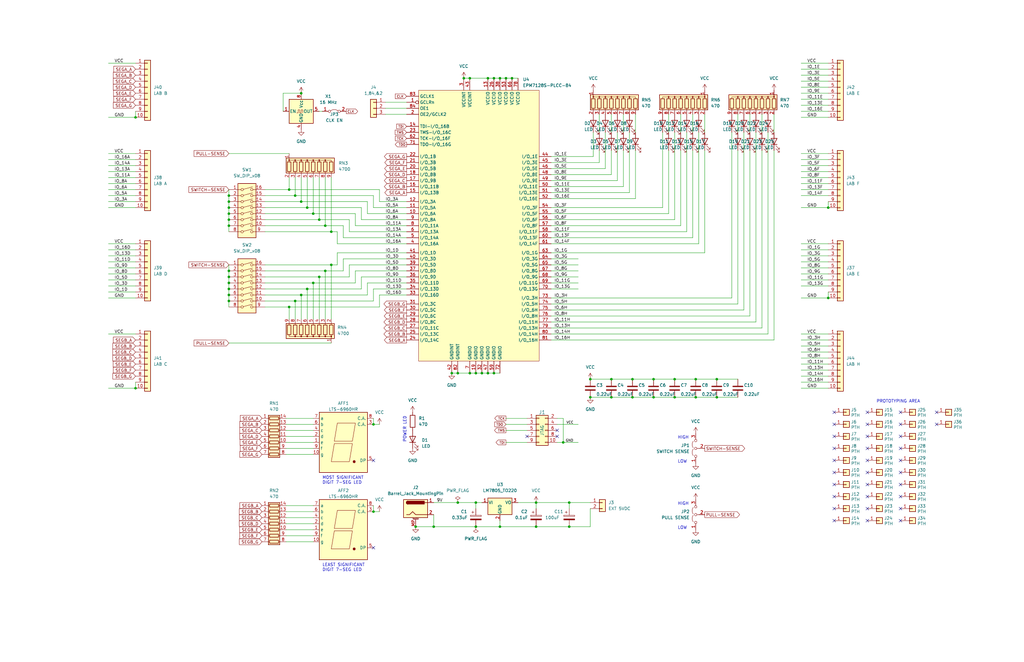
<source format=kicad_sch>
(kicad_sch (version 20211123) (generator eeschema)
  (paper "B")
  (junction (at 193.04 157.48))
  (junction (at 213.36 33.02))
  (junction (at 200.66 157.48))
  (junction (at 198.12 33.02))
  (junction (at 96.52 92.71))
  (junction (at 134.62 92.71))
  (junction (at 284.48 160.02))
  (junction (at 208.28 157.48))
  (junction (at 293.37 167.64))
  (junction (at 210.82 33.02))
  (junction (at 96.52 82.55))
  (junction (at 132.08 90.17))
  (junction (at 127 85.09))
  (junction (at 226.06 212.09))
  (junction (at 349.25 87.63))
  (junction (at 121.92 80.01))
  (junction (at 96.52 116.84))
  (junction (at 190.5 157.48))
  (junction (at 193.04 212.09))
  (junction (at 129.54 87.63))
  (junction (at 195.58 33.02))
  (junction (at 302.26 160.02))
  (junction (at 293.37 160.02))
  (junction (at 205.74 157.48))
  (junction (at 96.52 127))
  (junction (at 139.7 111.76))
  (junction (at 237.49 186.69))
  (junction (at 96.52 85.09))
  (junction (at 124.46 127))
  (junction (at 124.46 82.55))
  (junction (at 257.81 167.64))
  (junction (at 96.52 90.17))
  (junction (at 349.25 125.73))
  (junction (at 127 39.37))
  (junction (at 129.54 121.92))
  (junction (at 205.74 33.02))
  (junction (at 96.52 124.46))
  (junction (at 137.16 114.3))
  (junction (at 215.9 33.02))
  (junction (at 182.88 222.25))
  (junction (at 198.12 157.48))
  (junction (at 266.7 160.02))
  (junction (at 157.48 179.07))
  (junction (at 96.52 121.92))
  (junction (at 200.66 212.09))
  (junction (at 257.81 160.02))
  (junction (at 96.52 114.3))
  (junction (at 275.59 167.64))
  (junction (at 203.2 157.48))
  (junction (at 200.66 222.25))
  (junction (at 137.16 95.25))
  (junction (at 275.59 160.02))
  (junction (at 57.15 163.83))
  (junction (at 57.15 49.53))
  (junction (at 226.06 222.25))
  (junction (at 96.52 119.38))
  (junction (at 96.52 87.63))
  (junction (at 248.92 167.64))
  (junction (at 157.48 215.9))
  (junction (at 96.52 95.25))
  (junction (at 240.03 212.09))
  (junction (at 240.03 222.25))
  (junction (at 284.48 167.64))
  (junction (at 132.08 119.38))
  (junction (at 208.28 33.02))
  (junction (at 302.26 167.64))
  (junction (at 134.62 116.84))
  (junction (at 248.92 160.02))
  (junction (at 175.26 222.25))
  (junction (at 121.92 129.54))
  (junction (at 210.82 222.25))
  (junction (at 266.7 167.64))
  (junction (at 139.7 97.79))
  (junction (at 127 124.46))
  (no_connect (at 351.79 199.39))
  (no_connect (at 379.73 204.47))
  (no_connect (at 365.76 184.15))
  (no_connect (at 365.76 219.71))
  (no_connect (at 379.73 184.15))
  (no_connect (at 365.76 173.99))
  (no_connect (at 365.76 214.63))
  (no_connect (at 379.73 219.71))
  (no_connect (at 234.95 184.15))
  (no_connect (at 379.73 189.23))
  (no_connect (at 351.79 179.07))
  (no_connect (at 365.76 179.07))
  (no_connect (at 365.76 209.55))
  (no_connect (at 351.79 219.71))
  (no_connect (at 365.76 189.23))
  (no_connect (at 379.73 179.07))
  (no_connect (at 394.97 179.07))
  (no_connect (at 379.73 199.39))
  (no_connect (at 351.79 194.31))
  (no_connect (at 351.79 214.63))
  (no_connect (at 379.73 194.31))
  (no_connect (at 351.79 189.23))
  (no_connect (at 157.48 194.31))
  (no_connect (at 394.97 173.99))
  (no_connect (at 351.79 184.15))
  (no_connect (at 234.95 181.61))
  (no_connect (at 351.79 204.47))
  (no_connect (at 365.76 194.31))
  (no_connect (at 351.79 209.55))
  (no_connect (at 379.73 214.63))
  (no_connect (at 157.48 231.14))
  (no_connect (at 379.73 173.99))
  (no_connect (at 222.25 184.15))
  (no_connect (at 379.73 209.55))
  (no_connect (at 365.76 204.47))
  (no_connect (at 365.76 199.39))
  (no_connect (at 351.79 173.99))
  (wire (pts (xy 137.16 74.93) (xy 137.16 95.25)))
  (wire (pts (xy 45.72 69.85) (xy 57.15 69.85)))
  (wire (pts (xy 129.54 74.93) (xy 129.54 87.63)))
  (wire (pts (xy 337.82 120.65) (xy 349.25 120.65)))
  (wire (pts (xy 232.41 78.74) (xy 262.89 78.74)))
  (wire (pts (xy 297.18 63.5) (xy 297.18 106.68)))
  (wire (pts (xy 120.65 181.61) (xy 132.08 181.61)))
  (wire (pts (xy 45.72 80.01) (xy 57.15 80.01)))
  (wire (pts (xy 96.52 121.92) (xy 96.52 124.46)))
  (wire (pts (xy 149.86 95.25) (xy 171.45 95.25)))
  (wire (pts (xy 294.64 55.88) (xy 294.64 102.87)))
  (wire (pts (xy 337.82 87.63) (xy 349.25 87.63)))
  (wire (pts (xy 45.72 77.47) (xy 57.15 77.47)))
  (wire (pts (xy 232.41 100.33) (xy 292.1 100.33)))
  (wire (pts (xy 337.82 77.47) (xy 349.25 77.47)))
  (wire (pts (xy 257.81 48.26) (xy 257.81 55.88)))
  (wire (pts (xy 162.56 48.26) (xy 171.45 48.26)))
  (wire (pts (xy 96.52 124.46) (xy 96.52 127)))
  (wire (pts (xy 57.15 161.29) (xy 57.15 163.83)))
  (wire (pts (xy 129.54 87.63) (xy 152.4 87.63)))
  (wire (pts (xy 147.32 97.79) (xy 171.45 97.79)))
  (wire (pts (xy 205.74 33.02) (xy 208.28 33.02)))
  (wire (pts (xy 337.82 29.21) (xy 349.25 29.21)))
  (wire (pts (xy 222.25 179.07) (xy 213.36 179.07)))
  (wire (pts (xy 337.82 102.87) (xy 349.25 102.87)))
  (wire (pts (xy 127 85.09) (xy 154.94 85.09)))
  (wire (pts (xy 337.82 31.75) (xy 349.25 31.75)))
  (wire (pts (xy 149.86 119.38) (xy 132.08 119.38)))
  (wire (pts (xy 45.72 105.41) (xy 57.15 105.41)))
  (wire (pts (xy 144.78 109.22) (xy 171.45 109.22)))
  (wire (pts (xy 127 74.93) (xy 127 85.09)))
  (wire (pts (xy 139.7 74.93) (xy 139.7 97.79)))
  (wire (pts (xy 121.92 74.93) (xy 121.92 80.01)))
  (wire (pts (xy 240.03 212.09) (xy 240.03 214.63)))
  (wire (pts (xy 337.82 158.75) (xy 349.25 158.75)))
  (wire (pts (xy 120.65 220.98) (xy 132.08 220.98)))
  (wire (pts (xy 337.82 143.51) (xy 349.25 143.51)))
  (wire (pts (xy 200.66 222.25) (xy 210.82 222.25)))
  (wire (pts (xy 45.72 163.83) (xy 57.15 163.83)))
  (wire (pts (xy 337.82 69.85) (xy 349.25 69.85)))
  (wire (pts (xy 308.61 125.73) (xy 232.41 125.73)))
  (wire (pts (xy 190.5 157.48) (xy 193.04 157.48)))
  (wire (pts (xy 134.62 116.84) (xy 147.32 116.84)))
  (wire (pts (xy 171.45 92.71) (xy 152.4 92.71)))
  (wire (pts (xy 337.82 44.45) (xy 349.25 44.45)))
  (wire (pts (xy 137.16 114.3) (xy 137.16 134.62)))
  (wire (pts (xy 111.76 92.71) (xy 134.62 92.71)))
  (wire (pts (xy 96.52 114.3) (xy 96.52 116.84)))
  (wire (pts (xy 266.7 160.02) (xy 275.59 160.02)))
  (wire (pts (xy 96.52 119.38) (xy 96.52 121.92)))
  (wire (pts (xy 232.41 90.17) (xy 281.94 90.17)))
  (wire (pts (xy 267.97 63.5) (xy 267.97 83.82)))
  (wire (pts (xy 293.37 160.02) (xy 302.26 160.02)))
  (wire (pts (xy 349.25 85.09) (xy 349.25 87.63)))
  (wire (pts (xy 134.62 46.99) (xy 135.89 46.99)))
  (wire (pts (xy 57.15 46.99) (xy 57.15 49.53)))
  (wire (pts (xy 337.82 118.11) (xy 349.25 118.11)))
  (wire (pts (xy 232.41 128.27) (xy 311.15 128.27)))
  (wire (pts (xy 162.56 43.18) (xy 171.45 43.18)))
  (wire (pts (xy 311.15 63.5) (xy 311.15 128.27)))
  (wire (pts (xy 337.82 151.13) (xy 349.25 151.13)))
  (wire (pts (xy 262.89 78.74) (xy 262.89 63.5)))
  (wire (pts (xy 232.41 66.04) (xy 250.19 66.04)))
  (wire (pts (xy 222.25 176.53) (xy 213.36 176.53)))
  (wire (pts (xy 154.94 119.38) (xy 154.94 124.46)))
  (wire (pts (xy 157.48 121.92) (xy 171.45 121.92)))
  (wire (pts (xy 321.31 63.5) (xy 321.31 138.43)))
  (wire (pts (xy 323.85 140.97) (xy 232.41 140.97)))
  (wire (pts (xy 337.82 80.01) (xy 349.25 80.01)))
  (wire (pts (xy 208.28 157.48) (xy 210.82 157.48)))
  (wire (pts (xy 337.82 64.77) (xy 349.25 64.77)))
  (wire (pts (xy 287.02 48.26) (xy 287.02 55.88)))
  (wire (pts (xy 337.82 39.37) (xy 349.25 39.37)))
  (wire (pts (xy 234.95 176.53) (xy 237.49 176.53)))
  (wire (pts (xy 111.76 97.79) (xy 139.7 97.79)))
  (wire (pts (xy 120.65 179.07) (xy 132.08 179.07)))
  (wire (pts (xy 120.65 228.6) (xy 132.08 228.6)))
  (wire (pts (xy 171.45 124.46) (xy 160.02 124.46)))
  (wire (pts (xy 284.48 167.64) (xy 293.37 167.64)))
  (wire (pts (xy 121.92 129.54) (xy 121.92 134.62)))
  (wire (pts (xy 157.48 179.07) (xy 160.02 179.07)))
  (wire (pts (xy 287.02 63.5) (xy 287.02 95.25)))
  (wire (pts (xy 232.41 116.84) (xy 243.84 116.84)))
  (wire (pts (xy 157.48 176.53) (xy 157.48 179.07)))
  (wire (pts (xy 289.56 97.79) (xy 232.41 97.79)))
  (wire (pts (xy 208.28 33.02) (xy 210.82 33.02)))
  (wire (pts (xy 142.24 102.87) (xy 142.24 97.79)))
  (wire (pts (xy 205.74 157.48) (xy 208.28 157.48)))
  (wire (pts (xy 232.41 71.12) (xy 255.27 71.12)))
  (wire (pts (xy 111.76 80.01) (xy 121.92 80.01)))
  (wire (pts (xy 232.41 81.28) (xy 265.43 81.28)))
  (wire (pts (xy 232.41 114.3) (xy 243.84 114.3)))
  (wire (pts (xy 279.4 55.88) (xy 279.4 87.63)))
  (wire (pts (xy 200.66 212.09) (xy 203.2 212.09)))
  (wire (pts (xy 193.04 157.48) (xy 198.12 157.48)))
  (wire (pts (xy 96.52 92.71) (xy 96.52 95.25)))
  (wire (pts (xy 132.08 74.93) (xy 132.08 90.17)))
  (wire (pts (xy 240.03 222.25) (xy 226.06 222.25)))
  (wire (pts (xy 96.52 144.78) (xy 139.7 144.78)))
  (wire (pts (xy 232.41 119.38) (xy 243.84 119.38)))
  (wire (pts (xy 260.35 76.2) (xy 260.35 55.88)))
  (wire (pts (xy 213.36 186.69) (xy 222.25 186.69)))
  (wire (pts (xy 45.72 102.87) (xy 57.15 102.87)))
  (wire (pts (xy 255.27 71.12) (xy 255.27 55.88)))
  (wire (pts (xy 124.46 127) (xy 124.46 134.62)))
  (wire (pts (xy 96.52 82.55) (xy 96.52 85.09)))
  (wire (pts (xy 284.48 55.88) (xy 284.48 92.71)))
  (wire (pts (xy 134.62 92.71) (xy 147.32 92.71)))
  (wire (pts (xy 337.82 161.29) (xy 349.25 161.29)))
  (wire (pts (xy 198.12 33.02) (xy 205.74 33.02)))
  (wire (pts (xy 218.44 212.09) (xy 226.06 212.09)))
  (wire (pts (xy 257.81 63.5) (xy 257.81 73.66)))
  (wire (pts (xy 318.77 135.89) (xy 232.41 135.89)))
  (wire (pts (xy 297.18 48.26) (xy 297.18 55.88)))
  (wire (pts (xy 124.46 74.93) (xy 124.46 82.55)))
  (wire (pts (xy 213.36 33.02) (xy 215.9 33.02)))
  (wire (pts (xy 232.41 109.22) (xy 243.84 109.22)))
  (wire (pts (xy 120.65 213.36) (xy 132.08 213.36)))
  (wire (pts (xy 96.52 64.77) (xy 121.92 64.77)))
  (wire (pts (xy 45.72 72.39) (xy 57.15 72.39)))
  (wire (pts (xy 337.82 36.83) (xy 349.25 36.83)))
  (wire (pts (xy 127 39.37) (xy 119.38 39.37)))
  (wire (pts (xy 157.48 215.9) (xy 160.02 215.9)))
  (wire (pts (xy 45.72 107.95) (xy 57.15 107.95)))
  (wire (pts (xy 139.7 111.76) (xy 142.24 111.76)))
  (wire (pts (xy 147.32 111.76) (xy 171.45 111.76)))
  (wire (pts (xy 129.54 121.92) (xy 152.4 121.92)))
  (wire (pts (xy 160.02 85.09) (xy 171.45 85.09)))
  (wire (pts (xy 337.82 67.31) (xy 349.25 67.31)))
  (wire (pts (xy 134.62 116.84) (xy 134.62 134.62)))
  (wire (pts (xy 337.82 49.53) (xy 349.25 49.53)))
  (wire (pts (xy 45.72 110.49) (xy 57.15 110.49)))
  (wire (pts (xy 337.82 72.39) (xy 349.25 72.39)))
  (wire (pts (xy 337.82 105.41) (xy 349.25 105.41)))
  (wire (pts (xy 149.86 90.17) (xy 149.86 95.25)))
  (wire (pts (xy 257.81 167.64) (xy 266.7 167.64)))
  (wire (pts (xy 250.19 55.88) (xy 250.19 66.04)))
  (wire (pts (xy 323.85 55.88) (xy 323.85 140.97)))
  (wire (pts (xy 193.04 212.09) (xy 200.66 212.09)))
  (wire (pts (xy 111.76 111.76) (xy 139.7 111.76)))
  (wire (pts (xy 326.39 63.5) (xy 326.39 143.51)))
  (wire (pts (xy 96.52 80.01) (xy 96.52 82.55)))
  (wire (pts (xy 308.61 55.88) (xy 308.61 125.73)))
  (wire (pts (xy 45.72 85.09) (xy 57.15 85.09)))
  (wire (pts (xy 132.08 90.17) (xy 149.86 90.17)))
  (wire (pts (xy 45.72 74.93) (xy 57.15 74.93)))
  (wire (pts (xy 171.45 87.63) (xy 157.48 87.63)))
  (wire (pts (xy 111.76 95.25) (xy 137.16 95.25)))
  (wire (pts (xy 142.24 106.68) (xy 171.45 106.68)))
  (wire (pts (xy 120.65 215.9) (xy 132.08 215.9)))
  (wire (pts (xy 248.92 214.63) (xy 248.92 222.25)))
  (wire (pts (xy 237.49 176.53) (xy 237.49 186.69)))
  (wire (pts (xy 266.7 167.64) (xy 275.59 167.64)))
  (wire (pts (xy 337.82 74.93) (xy 349.25 74.93)))
  (wire (pts (xy 302.26 167.64) (xy 311.15 167.64)))
  (wire (pts (xy 152.4 116.84) (xy 171.45 116.84)))
  (wire (pts (xy 234.95 179.07) (xy 243.84 179.07)))
  (wire (pts (xy 284.48 92.71) (xy 232.41 92.71)))
  (wire (pts (xy 45.72 67.31) (xy 57.15 67.31)))
  (wire (pts (xy 226.06 212.09) (xy 240.03 212.09)))
  (wire (pts (xy 160.02 124.46) (xy 160.02 129.54)))
  (wire (pts (xy 127 124.46) (xy 127 134.62)))
  (wire (pts (xy 337.82 26.67) (xy 349.25 26.67)))
  (wire (pts (xy 121.92 80.01) (xy 160.02 80.01)))
  (wire (pts (xy 142.24 97.79) (xy 139.7 97.79)))
  (wire (pts (xy 171.45 119.38) (xy 154.94 119.38)))
  (wire (pts (xy 120.65 218.44) (xy 132.08 218.44)))
  (wire (pts (xy 252.73 68.58) (xy 232.41 68.58)))
  (wire (pts (xy 157.48 87.63) (xy 157.48 82.55)))
  (wire (pts (xy 275.59 167.64) (xy 284.48 167.64)))
  (wire (pts (xy 265.43 81.28) (xy 265.43 55.88)))
  (wire (pts (xy 142.24 111.76) (xy 142.24 106.68)))
  (wire (pts (xy 293.37 167.64) (xy 302.26 167.64)))
  (wire (pts (xy 326.39 48.26) (xy 326.39 55.88)))
  (wire (pts (xy 337.82 46.99) (xy 349.25 46.99)))
  (wire (pts (xy 162.56 45.72) (xy 171.45 45.72)))
  (wire (pts (xy 147.32 92.71) (xy 147.32 97.79)))
  (wire (pts (xy 144.78 95.25) (xy 144.78 100.33)))
  (wire (pts (xy 232.41 95.25) (xy 287.02 95.25)))
  (wire (pts (xy 45.72 64.77) (xy 57.15 64.77)))
  (wire (pts (xy 281.94 48.26) (xy 281.94 55.88)))
  (wire (pts (xy 111.76 82.55) (xy 124.46 82.55)))
  (wire (pts (xy 144.78 100.33) (xy 171.45 100.33)))
  (wire (pts (xy 120.65 176.53) (xy 132.08 176.53)))
  (wire (pts (xy 232.41 76.2) (xy 260.35 76.2)))
  (wire (pts (xy 154.94 124.46) (xy 127 124.46)))
  (wire (pts (xy 171.45 102.87) (xy 142.24 102.87)))
  (wire (pts (xy 318.77 55.88) (xy 318.77 135.89)))
  (wire (pts (xy 232.41 87.63) (xy 279.4 87.63)))
  (wire (pts (xy 349.25 123.19) (xy 349.25 125.73)))
  (wire (pts (xy 152.4 121.92) (xy 152.4 116.84)))
  (wire (pts (xy 144.78 109.22) (xy 144.78 114.3)))
  (wire (pts (xy 337.82 82.55) (xy 349.25 82.55)))
  (wire (pts (xy 210.82 33.02) (xy 213.36 33.02)))
  (wire (pts (xy 129.54 121.92) (xy 129.54 134.62)))
  (wire (pts (xy 154.94 90.17) (xy 171.45 90.17)))
  (wire (pts (xy 237.49 186.69) (xy 243.84 186.69)))
  (wire (pts (xy 157.48 127) (xy 157.48 121.92)))
  (wire (pts (xy 111.76 85.09) (xy 127 85.09)))
  (wire (pts (xy 252.73 63.5) (xy 252.73 68.58)))
  (wire (pts (xy 139.7 111.76) (xy 139.7 134.62)))
  (wire (pts (xy 152.4 92.71) (xy 152.4 87.63)))
  (wire (pts (xy 45.72 87.63) (xy 57.15 87.63)))
  (wire (pts (xy 240.03 222.25) (xy 248.92 222.25)))
  (wire (pts (xy 96.52 95.25) (xy 96.52 97.79)))
  (wire (pts (xy 257.81 160.02) (xy 266.7 160.02)))
  (wire (pts (xy 232.41 121.92) (xy 243.84 121.92)))
  (wire (pts (xy 45.72 82.55) (xy 57.15 82.55)))
  (wire (pts (xy 215.9 33.02) (xy 218.44 33.02)))
  (wire (pts (xy 147.32 116.84) (xy 147.32 111.76)))
  (wire (pts (xy 134.62 74.93) (xy 134.62 92.71)))
  (wire (pts (xy 154.94 85.09) (xy 154.94 90.17)))
  (wire (pts (xy 96.52 90.17) (xy 96.52 92.71)))
  (wire (pts (xy 294.64 102.87) (xy 232.41 102.87)))
  (wire (pts (xy 45.72 115.57) (xy 57.15 115.57)))
  (wire (pts (xy 175.26 222.25) (xy 182.88 222.25)))
  (wire (pts (xy 120.65 184.15) (xy 132.08 184.15)))
  (wire (pts (xy 160.02 129.54) (xy 121.92 129.54)))
  (wire (pts (xy 182.88 212.09) (xy 193.04 212.09)))
  (wire (pts (xy 337.82 115.57) (xy 349.25 115.57)))
  (wire (pts (xy 337.82 156.21) (xy 349.25 156.21)))
  (wire (pts (xy 240.03 212.09) (xy 248.92 212.09)))
  (wire (pts (xy 132.08 119.38) (xy 132.08 134.62)))
  (wire (pts (xy 96.52 87.63) (xy 96.52 90.17)))
  (wire (pts (xy 248.92 167.64) (xy 257.81 167.64)))
  (wire (pts (xy 316.23 63.5) (xy 316.23 133.35)))
  (wire (pts (xy 111.76 121.92) (xy 129.54 121.92)))
  (wire (pts (xy 157.48 213.36) (xy 157.48 215.9)))
  (wire (pts (xy 120.65 223.52) (xy 132.08 223.52)))
  (wire (pts (xy 337.82 113.03) (xy 349.25 113.03)))
  (wire (pts (xy 284.48 160.02) (xy 293.37 160.02)))
  (wire (pts (xy 232.41 111.76) (xy 243.84 111.76)))
  (wire (pts (xy 275.59 160.02) (xy 284.48 160.02)))
  (wire (pts (xy 232.41 143.51) (xy 326.39 143.51)))
  (wire (pts (xy 203.2 157.48) (xy 205.74 157.48)))
  (wire (pts (xy 149.86 114.3) (xy 149.86 119.38)))
  (wire (pts (xy 182.88 222.25) (xy 200.66 222.25)))
  (wire (pts (xy 337.82 41.91) (xy 349.25 41.91)))
  (wire (pts (xy 248.92 160.02) (xy 257.81 160.02)))
  (wire (pts (xy 292.1 63.5) (xy 292.1 100.33)))
  (wire (pts (xy 45.72 113.03) (xy 57.15 113.03)))
  (wire (pts (xy 337.82 140.97) (xy 349.25 140.97)))
  (wire (pts (xy 157.48 82.55) (xy 124.46 82.55)))
  (wire (pts (xy 262.89 48.26) (xy 262.89 55.88)))
  (wire (pts (xy 311.15 48.26) (xy 311.15 55.88)))
  (wire (pts (xy 45.72 140.97) (xy 57.15 140.97)))
  (wire (pts (xy 96.52 127) (xy 96.52 129.54)))
  (wire (pts (xy 120.65 191.77) (xy 132.08 191.77)))
  (wire (pts (xy 45.72 49.53) (xy 57.15 49.53)))
  (wire (pts (xy 144.78 114.3) (xy 137.16 114.3)))
  (wire (pts (xy 120.65 189.23) (xy 132.08 189.23)))
  (wire (pts (xy 232.41 106.68) (xy 297.18 106.68)))
  (wire (pts (xy 111.76 87.63) (xy 129.54 87.63)))
  (wire (pts (xy 45.72 125.73) (xy 57.15 125.73)))
  (wire (pts (xy 111.76 129.54) (xy 121.92 129.54)))
  (wire (pts (xy 337.82 146.05) (xy 349.25 146.05)))
  (wire (pts (xy 213.36 181.61) (xy 222.25 181.61)))
  (wire (pts (xy 292.1 48.26) (xy 292.1 55.88)))
  (wire (pts (xy 45.72 120.65) (xy 57.15 120.65)))
  (wire (pts (xy 232.41 133.35) (xy 316.23 133.35)))
  (wire (pts (xy 257.81 73.66) (xy 232.41 73.66)))
  (wire (pts (xy 337.82 148.59) (xy 349.25 148.59)))
  (wire (pts (xy 137.16 95.25) (xy 144.78 95.25)))
  (wire (pts (xy 96.52 85.09) (xy 96.52 87.63)))
  (wire (pts (xy 111.76 114.3) (xy 137.16 114.3)))
  (wire (pts (xy 45.72 123.19) (xy 57.15 123.19)))
  (wire (pts (xy 182.88 222.25) (xy 182.88 217.17)))
  (wire (pts (xy 198.12 157.48) (xy 200.66 157.48)))
  (wire (pts (xy 120.65 226.06) (xy 132.08 226.06)))
  (wire (pts (xy 302.26 160.02) (xy 311.15 160.02)))
  (wire (pts (xy 111.76 90.17) (xy 132.08 90.17)))
  (wire (pts (xy 96.52 116.84) (xy 96.52 119.38)))
  (wire (pts (xy 337.82 163.83) (xy 349.25 163.83)))
  (wire (pts (xy 337.82 34.29) (xy 349.25 34.29)))
  (wire (pts (xy 267.97 83.82) (xy 232.41 83.82)))
  (wire (pts (xy 111.76 116.84) (xy 134.62 116.84)))
  (wire (pts (xy 200.66 212.09) (xy 200.66 214.63)))
  (wire (pts (xy 313.69 55.88) (xy 313.69 130.81)))
  (wire (pts (xy 281.94 63.5) (xy 281.94 90.17)))
  (wire (pts (xy 316.23 48.26) (xy 316.23 55.88)))
  (wire (pts (xy 200.66 157.48) (xy 203.2 157.48)))
  (wire (pts (xy 171.45 114.3) (xy 149.86 114.3)))
  (wire (pts (xy 337.82 153.67) (xy 349.25 153.67)))
  (wire (pts (xy 210.82 222.25) (xy 226.06 222.25)))
  (wire (pts (xy 337.82 125.73) (xy 349.25 125.73)))
  (wire (pts (xy 111.76 124.46) (xy 127 124.46)))
  (wire (pts (xy 111.76 119.38) (xy 132.08 119.38)))
  (wire (pts (xy 119.38 39.37) (xy 119.38 46.99)))
  (wire (pts (xy 160.02 80.01) (xy 160.02 85.09)))
  (wire (pts (xy 252.73 48.26) (xy 252.73 55.88)))
  (wire (pts (xy 124.46 127) (xy 157.48 127)))
  (wire (pts (xy 45.72 118.11) (xy 57.15 118.11)))
  (wire (pts (xy 195.58 33.02) (xy 198.12 33.02)))
  (wire (pts (xy 289.56 55.88) (xy 289.56 97.79)))
  (wire (pts (xy 337.82 110.49) (xy 349.25 110.49)))
  (wire (pts (xy 96.52 111.76) (xy 96.52 114.3)))
  (wire (pts (xy 210.82 222.25) (xy 210.82 219.71)))
  (wire (pts (xy 120.65 186.69) (xy 132.08 186.69)))
  (wire (pts (xy 337.82 107.95) (xy 349.25 107.95)))
  (wire (pts (xy 234.95 186.69) (xy 237.49 186.69)))
  (wire (pts (xy 45.72 26.67) (xy 57.15 26.67)))
  (wire (pts (xy 321.31 48.26) (xy 321.31 55.88)))
  (wire (pts (xy 267.97 48.26) (xy 267.97 55.88)))
  (wire (pts (xy 111.76 127) (xy 124.46 127)))
  (wire (pts (xy 226.06 212.09) (xy 226.06 214.63)))
  (wire (pts (xy 232.41 138.43) (xy 321.31 138.43)))
  (wire (pts (xy 313.69 130.81) (xy 232.41 130.81)))
  (text "LOW" (at 285.75 223.52 0) (effects (font (size 1.27 1.27)) (justify left bottom)))
  (text "LEAST SIGNIFICANT\nDIGIT 7-SEG LED" (at 135.89 241.3 0) (effects (font (size 1.27 1.27)) (justify left bottom)))
  (text "HIGH" (at 285.75 213.36 0) (effects (font (size 1.27 1.27)) (justify left bottom)))
  (text "PROTOTYPING AREA" (at 369.57 170.18 0) (effects (font (size 1.27 1.27)) (justify left bottom)))
  (text "HIGH" (at 285.75 185.42 0) (effects (font (size 1.27 1.27)) (justify left bottom)))
  (text "LOW" (at 285.75 195.58 0) (effects (font (size 1.27 1.27)) (justify left bottom)))
  (text "MOST SIGNIFICANT\nDIGIT 7-SEG LED" (at 135.89 204.47 0) (effects (font (size 1.27 1.27)) (justify left bottom)))
  (text "POWER LED" (at 171.45 186.69 90) (effects (font (size 1.27 1.27)) (justify left bottom)))
  (label "IO_5H" (at 340.36 146.05 0))
  (label "GND" (at 48.26 87.63 0))
  (label "IO_6A" (at 48.26 80.01 0))
  (label "IO_8A" (at 162.56 92.71 0))
  (label "GND" (at 340.36 163.83 0))
  (label "IO_11G" (at 340.36 118.11 0))
  (label "IO_9G" (at 340.36 115.57 0))
  (label "IO_11E" (at 233.68 78.74 0))
  (label "IO_8E" (at 233.68 73.66 0))
  (label "IO_14H" (at 233.68 140.97 0))
  (label "IO_3E" (at 233.68 68.58 0))
  (label "IO_13H" (at 233.68 138.43 0))
  (label "IO_11A" (at 48.26 74.93 0))
  (label "IO_1E" (at 233.68 66.04 0))
  (label "IO_3D" (at 162.56 109.22 0))
  (label "IO_16A" (at 48.26 67.31 0))
  (label "IO_1E" (at 340.36 29.21 0))
  (label "IO_3G" (at 340.36 107.95 0))
  (label "IO_5H" (at 233.68 128.27 0))
  (label "IO_16D" (at 48.26 105.41 0))
  (label "IO_3F" (at 340.36 67.31 0))
  (label "IO_13A" (at 48.26 72.39 0))
  (label "IO_9E" (at 233.68 76.2 0))
  (label "IO_3H" (at 340.36 143.51 0))
  (label "IO_11H" (at 233.68 135.89 0))
  (label "GND" (at 48.26 49.53 0))
  (label "IO_14A" (at 48.26 69.85 0))
  (label "IO_8A" (at 48.26 77.47 0))
  (label "IO_6A" (at 162.56 90.17 0))
  (label "IO_3H" (at 233.68 125.73 0))
  (label "IO_16E" (at 340.36 46.99 0))
  (label "IO_3G" (at 233.68 109.22 0))
  (label "IO_9G" (at 233.68 116.84 0))
  (label "IO_8H" (at 340.36 151.13 0))
  (label "IO_11E" (at 340.36 41.91 0))
  (label "IO_8F" (at 340.36 74.93 0))
  (label "IO_8D" (at 162.56 114.3 0))
  (label "IO_11G" (at 233.68 119.38 0))
  (label "IO_13G" (at 233.68 121.92 0))
  (label "IO_6F" (at 233.68 92.71 0))
  (label "IO_3F" (at 233.68 87.63 0))
  (label "IO_3A" (at 48.26 85.09 0))
  (label "IO_1G" (at 233.68 106.68 0))
  (label "VCC" (at 48.26 102.87 0))
  (label "GND" (at 238.506 186.69 0) (effects (font (size 1.016 1.016))))
  (label "IO_8E" (at 340.36 36.83 0))
  (label "IO_6F" (at 340.36 72.39 0))
  (label "GND" (at 340.36 125.73 0))
  (label "IO_6H" (at 233.68 130.81 0))
  (label "VCC" (at 340.36 140.97 0))
  (label "IO_1D" (at 48.26 123.19 0))
  (label "IO_16E" (at 233.68 83.82 0))
  (label "GND" (at 340.36 87.63 0))
  (label "VCC" (at 48.26 26.67 0))
  (label "IO_5E" (at 340.36 34.29 0))
  (label "IO_5A" (at 162.56 87.63 0))
  (label "IO_1G" (at 340.36 105.41 0))
  (label "IO_16H" (at 340.36 161.29 0))
  (label "IO_14F" (at 233.68 102.87 0))
  (label "IO_11D" (at 162.56 119.38 0))
  (label "IO_5D" (at 162.56 111.76 0))
  (label "VCC" (at 48.26 140.97 0))
  (label "IO_11F" (at 233.68 97.79 0))
  (label "GND" (at 48.26 163.83 0))
  (label "IO_13D" (at 162.56 121.92 0))
  (label "VCC" (at 340.36 102.87 0))
  (label "IO_13D" (at 48.26 107.95 0))
  (label "IO_16H" (at 233.68 143.51 0))
  (label "IO_5F" (at 340.36 69.85 0))
  (label "IO_13A" (at 162.56 97.79 0))
  (label "VCC" (at 340.36 26.67 0))
  (label "IO_13E" (at 233.68 81.28 0))
  (label "IO_8G" (at 233.68 114.3 0))
  (label "IO_5E" (at 233.68 71.12 0))
  (label "IO_5F" (at 233.68 90.17 0))
  (label "IO_14A" (at 162.56 100.33 0))
  (label "IO_14F" (at 340.36 82.55 0))
  (label "IO_11H" (at 340.36 153.67 0))
  (label "IO_6H" (at 340.36 148.59 0))
  (label "IO_9D" (at 162.56 116.84 0))
  (label "GND" (at 340.36 49.53 0))
  (label "IO_11F" (at 340.36 77.47 0))
  (label "IO_3E" (at 340.36 31.75 0))
  (label "IO_5G" (at 233.68 111.76 0))
  (label "IO_5A" (at 48.26 82.55 0))
  (label "VCC" (at 238.76 179.07 0) (effects (font (size 1.016 1.016))))
  (label "IO_13G" (at 340.36 120.65 0))
  (label "IO_14H" (at 340.36 158.75 0))
  (label "IO_11D" (at 48.26 110.49 0))
  (label "IO_16A" (at 162.56 102.87 0))
  (label "IO_8H" (at 233.68 133.35 0))
  (label "VCC" (at 48.26 64.77 0))
  (label "IO_9D" (at 48.26 113.03 0))
  (label "IO_5D" (at 48.26 118.11 0))
  (label "IO_13F" (at 340.36 80.01 0))
  (label "IO_3D" (at 48.26 120.65 0))
  (label "IO_1D" (at 162.56 106.68 0))
  (label "IO_8D" (at 48.26 115.57 0))
  (label "IO_5G" (at 340.36 110.49 0))
  (label "VCC" (at 340.36 64.77 0))
  (label "IO_16D" (at 162.56 124.46 0))
  (label "IO_8G" (at 340.36 113.03 0))
  (label "IO_3A" (at 162.56 85.09 0))
  (label "IO_13H" (at 340.36 156.21 0))
  (label "IO_13E" (at 340.36 44.45 0))
  (label "IO_11A" (at 162.56 95.25 0))
  (label "IO_13F" (at 233.68 100.33 0))
  (label "IO_8F" (at 233.68 95.25 0))
  (label "IO_9E" (at 340.36 39.37 0))
  (label "GND" (at 48.26 125.73 0))
  (label "9V" (at 184.15 212.09 0))
  (global_label "TDI" (shape output) (at 213.36 186.69 180) (effects (font (size 1.016 1.016))) (property "Intersheet References" "${INTERSHEET_REFS}" (effects hide)))
  (global_label "SEGA_F" (shape input) (at 110.49 189.23 180) (property "Intersheet References" "${INTERSHEET_REFS}" (effects hide)))
  (global_label "SEGB_C" (shape output) (at 171.45 138.43 180) (property "Intersheet References" "${INTERSHEET_REFS}" (effects hide)))
  (global_label "SEGB_G" (shape output) (at 171.45 128.27 180) (property "Intersheet References" "${INTERSHEET_REFS}" (effects hide)))
  (global_label "SEGB_E" (shape input) (at 110.49 223.52 180) (property "Intersheet References" "${INTERSHEET_REFS}" (effects hide)))
  (global_label "TCK" (shape input) (at 171.45 58.42 180) (effects (font (size 1.016 1.016))) (property "Intersheet References" "${INTERSHEET_REFS}" (effects hide)))
  (global_label "SWITCH-SENSE" (shape input) (at 96.52 111.76 180) (property "Intersheet References" "${INTERSHEET_REFS}" (effects hide)))
  (global_label "CLK" (shape input) (at 171.45 40.64 180) (effects (font (size 1.016 1.016))) (property "Intersheet References" "${INTERSHEET_REFS}" (effects hide)))
  (global_label "SEGB_D" (shape input) (at 57.15 151.13 180) (property "Intersheet References" "${INTERSHEET_REFS}" (effects hide)))
  (global_label "SEGA_D" (shape input) (at 110.49 184.15 180) (property "Intersheet References" "${INTERSHEET_REFS}" (effects hide)))
  (global_label "SEGB_E" (shape input) (at 57.15 153.67 180) (property "Intersheet References" "${INTERSHEET_REFS}" (effects hide)))
  (global_label "SEGB_B" (shape output) (at 171.45 140.97 180) (property "Intersheet References" "${INTERSHEET_REFS}" (effects hide)))
  (global_label "SEGB_B" (shape input) (at 57.15 146.05 180) (property "Intersheet References" "${INTERSHEET_REFS}" (effects hide)))
  (global_label "SEGB_G" (shape input) (at 57.15 158.75 180) (property "Intersheet References" "${INTERSHEET_REFS}" (effects hide)))
  (global_label "SEGA_G" (shape input) (at 57.15 44.45 180) (property "Intersheet References" "${INTERSHEET_REFS}" (effects hide)))
  (global_label "SEGA_F" (shape output) (at 171.45 68.58 180) (property "Intersheet References" "${INTERSHEET_REFS}" (effects hide)))
  (global_label "SEGB_C" (shape input) (at 110.49 218.44 180) (property "Intersheet References" "${INTERSHEET_REFS}" (effects hide)))
  (global_label "TMS" (shape input) (at 171.45 55.88 180) (effects (font (size 1.016 1.016))) (property "Intersheet References" "${INTERSHEET_REFS}" (effects hide)))
  (global_label "SEGA_A" (shape input) (at 57.15 29.21 180) (property "Intersheet References" "${INTERSHEET_REFS}" (effects hide)))
  (global_label "SWITCH-SENSE" (shape input) (at 96.52 80.01 180) (property "Intersheet References" "${INTERSHEET_REFS}" (effects hide)))
  (global_label "SEGA_C" (shape input) (at 110.49 181.61 180) (property "Intersheet References" "${INTERSHEET_REFS}" (effects hide)))
  (global_label "SEGA_F" (shape input) (at 57.15 41.91 180) (property "Intersheet References" "${INTERSHEET_REFS}" (effects hide)))
  (global_label "TMS" (shape output) (at 213.36 181.61 180) (effects (font (size 1.016 1.016))) (property "Intersheet References" "${INTERSHEET_REFS}" (effects hide)))
  (global_label "SEGA_D" (shape input) (at 57.15 36.83 180) (property "Intersheet References" "${INTERSHEET_REFS}" (effects hide)))
  (global_label "TCK" (shape output) (at 213.36 176.53 180) (effects (font (size 1.016 1.016))) (property "Intersheet References" "${INTERSHEET_REFS}" (effects hide)))
  (global_label "SEGA_D" (shape output) (at 171.45 73.66 180) (property "Intersheet References" "${INTERSHEET_REFS}" (effects hide)))
  (global_label "SEGB_A" (shape output) (at 171.45 143.51 180) (property "Intersheet References" "${INTERSHEET_REFS}" (effects hide)))
  (global_label "SEGA_E" (shape input) (at 57.15 39.37 180) (property "Intersheet References" "${INTERSHEET_REFS}" (effects hide)))
  (global_label "SWITCH-SENSE" (shape output) (at 297.18 189.23 0) (property "Intersheet References" "${INTERSHEET_REFS}" (effects hide)))
  (global_label "SEGA_C" (shape output) (at 171.45 76.2 180) (property "Intersheet References" "${INTERSHEET_REFS}" (effects hide)))
  (global_label "SEGA_G" (shape output) (at 171.45 66.04 180) (property "Intersheet References" "${INTERSHEET_REFS}" (effects hide)))
  (global_label "SEGB_D" (shape output) (at 171.45 135.89 180) (property "Intersheet References" "${INTERSHEET_REFS}" (effects hide)))
  (global_label "PULL-SENSE" (shape output) (at 297.18 217.17 0) (property "Intersheet References" "${INTERSHEET_REFS}" (effects hide)))
  (global_label "SEGB_F" (shape input) (at 57.15 156.21 180) (property "Intersheet References" "${INTERSHEET_REFS}" (effects hide)))
  (global_label "TDI" (shape input) (at 171.45 53.34 180) (effects (font (size 1.016 1.016))) (property "Intersheet References" "${INTERSHEET_REFS}" (effects hide)))
  (global_label "SEGB_E" (shape output) (at 171.45 133.35 180) (property "Intersheet References" "${INTERSHEET_REFS}" (effects hide)))
  (global_label "SEGA_E" (shape output) (at 171.45 71.12 180) (property "Intersheet References" "${INTERSHEET_REFS}" (effects hide)))
  (global_label "SEGA_A" (shape input) (at 110.49 176.53 180) (property "Intersheet References" "${INTERSHEET_REFS}" (effects hide)))
  (global_label "PULL-SENSE" (shape input) (at 96.52 64.77 180) (property "Intersheet References" "${INTERSHEET_REFS}" (effects hide)))
  (global_label "SEGB_F" (shape input) (at 110.49 226.06 180) (property "Intersheet References" "${INTERSHEET_REFS}" (effects hide)))
  (global_label "PULL-SENSE" (shape input) (at 96.52 144.78 180) (property "Intersheet References" "${INTERSHEET_REFS}" (effects hide)))
  (global_label "SEGA_C" (shape input) (at 57.15 34.29 180) (property "Intersheet References" "${INTERSHEET_REFS}" (effects hide)))
  (global_label "TDO" (shape output) (at 171.45 60.96 180) (effects (font (size 1.016 1.016))) (property "Intersheet References" "${INTERSHEET_REFS}" (effects hide)))
  (global_label "SEGA_A" (shape output) (at 171.45 81.28 180) (property "Intersheet References" "${INTERSHEET_REFS}" (effects hide)))
  (global_label "SEGB_A" (shape input) (at 57.15 143.51 180) (property "Intersheet References" "${INTERSHEET_REFS}" (effects hide)))
  (global_label "SEGB_B" (shape input) (at 110.49 215.9 180) (property "Intersheet References" "${INTERSHEET_REFS}" (effects hide)))
  (global_label "SEGB_G" (shape input) (at 110.49 228.6 180) (property "Intersheet References" "${INTERSHEET_REFS}" (effects hide)))
  (global_label "SEGB_D" (shape input) (at 110.49 220.98 180) (property "Intersheet References" "${INTERSHEET_REFS}" (effects hide)))
  (global_label "TDO" (shape input) (at 213.36 179.07 180) (effects (font (size 1.016 1.016))) (property "Intersheet References" "${INTERSHEET_REFS}" (effects hide)))
  (global_label "SEGB_A" (shape input) (at 110.49 213.36 180) (property "Intersheet References" "${INTERSHEET_REFS}" (effects hide)))
  (global_label "SEGB_F" (shape output) (at 171.45 130.81 180) (property "Intersheet References" "${INTERSHEET_REFS}" (effects hide)))
  (global_label "SEGB_C" (shape input) (at 57.15 148.59 180) (property "Intersheet References" "${INTERSHEET_REFS}" (effects hide)))
  (global_label "CLK" (shape output) (at 146.05 46.99 0) (effects (font (size 1.016 1.016))) (property "Intersheet References" "${INTERSHEET_REFS}" (effects hide)))
  (global_label "SEGA_B" (shape output) (at 171.45 78.74 180) (property "Intersheet References" "${INTERSHEET_REFS}" (effects hide)))
  (global_label "SEGA_G" (shape input) (at 110.49 191.77 180) (property "Intersheet References" "${INTERSHEET_REFS}" (effects hide)))
  (global_label "SEGA_B" (shape input) (at 110.49 179.07 180) (property "Intersheet References" "${INTERSHEET_REFS}" (effects hide)))
  (global_label "SEGA_B" (shape input) (at 57.15 31.75 180) (property "Intersheet References" "${INTERSHEET_REFS}" (effects hide)))
  (global_label "SEGA_E" (shape input) (at 110.49 186.69 180) (property "Intersheet References" "${INTERSHEET_REFS}" (effects hide)))
  (symbol (lib_id "Connector_Generic:Conn_01x01") (at 370.84 194.31 0) (unit 1)
    (property "Reference" "J19" (at 372.8212 193.2686 0) (effects (justify left)))
    (property "Value" "PTH" (at 372.8212 195.58 0) (effects (justify left)))
    (property "Footprint" "PTHelement:PTHelement" (effects hide))
  )
  (symbol (lib_id "Connector_Generic:Conn_01x01") (at 370.84 199.39 0) (unit 1)
    (property "Reference" "J20" (at 372.8212 198.3486 0) (effects (justify left)))
    (property "Value" "PTH" (at 372.8212 200.66 0) (effects (justify left)))
    (property "Footprint" "PTHelement:PTHelement" (effects hide))
  )
  (symbol (lib_id "Connector_Generic:Conn_01x01") (at 356.87 194.31 0) (unit 1)
    (property "Reference" "J9" (at 358.8512 193.2686 0) (effects (justify left)))
    (property "Value" "PTH" (at 358.8512 195.58 0) (effects (justify left)))
    (property "Footprint" "PTHelement:PTHelement" (effects hide))
  )
  (symbol (lib_id "Device:LED") (at 265.43 52.07 90) (unit 1)
    (property "Reference" "D8" (at 261.62 52.07 90) (effects (justify right)))
    (property "Value" "LED" (at 261.62 54.61 90) (effects (justify right)))
    (property "Footprint" "LED_THT:LED_D3.0mm" (effects hide))
  )
  (symbol (lib_id "Device:LED") (at 250.19 52.07 90) (unit 1)
    (property "Reference" "D2" (at 246.38 52.07 90) (effects (justify right)))
    (property "Value" "LED" (at 246.38 54.61 90) (effects (justify right)))
    (property "Footprint" "LED_THT:LED_D3.0mm" (effects hide))
  )
  (symbol (lib_id "Connector_Generic:Conn_01x01") (at 384.81 189.23 0) (unit 1)
    (property "Reference" "J28" (at 386.7912 188.1886 0) (effects (justify left)))
    (property "Value" "PTH" (at 386.7912 190.5 0) (effects (justify left)))
    (property "Footprint" "PTHelement:PTHelement" (effects hide))
  )
  (symbol (lib_id "power:VCC") (at 293.37 182.88 0) (unit 1)
    (property "Reference" "#PWR010" (effects hide))
    (property "Value" "VCC" (at 293.37 177.8 0))
  )
  (symbol (lib_id "Device:LED") (at 281.94 59.69 90) (unit 1)
    (property "Reference" "D11" (at 278.13 59.69 90) (effects (justify right)))
    (property "Value" "LED" (at 278.13 62.23 90) (effects (justify right)))
    (property "Footprint" "LED_THT:LED_D3.0mm" (effects hide))
  )
  (symbol (lib_id "Connector_Generic:Conn_01x01") (at 370.84 189.23 0) (unit 1)
    (property "Reference" "J18" (at 372.8212 188.1886 0) (effects (justify left)))
    (property "Value" "PTH" (at 372.8212 190.5 0) (effects (justify left)))
    (property "Footprint" "PTHelement:PTHelement" (effects hide))
  )
  (symbol (lib_id "power:GND") (at 173.99 189.23 0) (unit 1)
    (property "Reference" "#PWR04" (effects hide))
    (property "Value" "GND" (at 173.99 194.31 0))
  )
  (symbol (lib_id "Device:C") (at 284.48 163.83 0) (unit 1)
    (property "Reference" "C7" (at 287.02 162.56 0) (effects (justify left)))
    (property "Value" "0.22uF" (at 287.02 166.37 0) (effects (justify left)))
    (property "Footprint" "Capacitor_THT:C_Disc_D5.0mm_W2.5mm_P5.00mm" (effects hide))
  )
  (symbol (lib_id "Device:R_Pack07") (at 115.57 220.98 270) (unit 1)
    (property "Reference" "RN2" (at 115.57 207.01 90))
    (property "Value" "470" (at 115.57 209.55 90))
    (property "Footprint" "Package_DIP:DIP-14_W7.62mm" (effects hide))
  )
  (symbol (lib_id "Device:LED") (at 311.15 59.69 90) (unit 1)
    (property "Reference" "D19" (at 307.34 59.69 90) (effects (justify right)))
    (property "Value" "LED" (at 307.34 62.23 90) (effects (justify right)))
    (property "Footprint" "LED_THT:LED_D3.0mm" (effects hide))
  )
  (symbol (lib_id "Device:R_Network08") (at 287.02 43.18 0) (mirror y) (unit 1)
    (property "Reference" "RN6" (at 299.72 42.1639 0) (effects (justify right)))
    (property "Value" "470" (at 299.72 44.7039 0) (effects (justify right)))
    (property "Footprint" "Resistor_THT:R_Array_SIP9" (effects hide))
    (property "Datasheet" "http://www.vishay.com/docs/31509/csc.pdf" (effects hide))
  )
  (symbol (lib_id "Display_Character:LTS-6960HR") (at 144.78 223.52 0) (unit 1)
    (property "Reference" "AFF2" (at 144.78 207.01 0))
    (property "Value" "LTS-6960HR" (at 144.78 209.55 0))
    (property "Footprint" "Display_7Segment:7SegmentLED_LTS6760_LTS6780" (effects hide))
    (property "Datasheet" "https://datasheet.octopart.com/LTS-6960HR-Lite-On-datasheet-11803242.pdf" (effects hide))
  )
  (symbol (lib_id "Connector_Generic:Conn_01x01") (at 384.81 173.99 0) (unit 1)
    (property "Reference" "J25" (at 386.7912 172.9486 0) (effects (justify left)))
    (property "Value" "PTH" (at 386.7912 175.26 0) (effects (justify left)))
    (property "Footprint" "PTHelement:PTHelement" (effects hide))
  )
  (symbol (lib_id "power:PWR_FLAG") (at 193.04 212.09 0) (unit 1)
    (property "Reference" "#FLG01" (effects hide))
    (property "Value" "PWR_FLAG" (at 193.04 207.01 0))
  )
  (symbol (lib_id "power:VCC") (at 173.99 173.99 0) (unit 1)
    (property "Reference" "#PWR03" (effects hide))
    (property "Value" "VCC" (at 173.99 168.91 0))
  )
  (symbol (lib_id "Connector_Generic:Conn_01x01") (at 384.81 179.07 0) (unit 1)
    (property "Reference" "J26" (at 386.7912 178.0286 0) (effects (justify left)))
    (property "Value" "PTH" (at 386.7912 180.34 0) (effects (justify left)))
    (property "Footprint" "PTHelement:PTHelement" (effects hide))
  )
  (symbol (lib_id "Connector_Generic:Conn_01x01") (at 384.81 194.31 0) (unit 1)
    (property "Reference" "J29" (at 386.7912 193.2686 0) (effects (justify left)))
    (property "Value" "PTH" (at 386.7912 195.58 0) (effects (justify left)))
    (property "Footprint" "PTHelement:PTHelement" (effects hide))
  )
  (symbol (lib_id "Device:C_Polarized") (at 226.06 218.44 0) (unit 1)
    (property "Reference" "C2" (at 219.71 215.9 0) (effects (justify left)))
    (property "Value" "0.1uF" (at 217.17 218.44 0) (effects (justify left)))
    (property "Footprint" "Capacitor_THT:C_Disc_D5.0mm_W2.5mm_P5.00mm" (effects hide))
  )
  (symbol (lib_id "Connector:Barrel_Jack_MountingPin") (at 175.26 214.63 0) (unit 1)
    (property "Reference" "J2" (at 175.26 205.74 0))
    (property "Value" "Barrel_Jack_MountingPin" (at 175.26 208.28 0))
    (property "Footprint" "Connector_BarrelJack:BarrelJack_Horizontal" (effects hide))
  )
  (symbol (lib_id "Connector_Generic:Conn_01x10") (at 62.23 36.83 0) (unit 1)
    (property "Reference" "J40" (at 64.77 36.8299 0) (effects (justify left)))
    (property "Value" "LAB B" (at 64.77 39.3699 0) (effects (justify left)))
    (property "Footprint" "Connector_PinSocket_2.54mm:PinSocket_1x10_P2.54mm_Vertical" (effects hide))
  )
  (symbol (lib_id "Device:LED") (at 323.85 52.07 90) (unit 1)
    (property "Reference" "D24" (at 320.04 52.07 90) (effects (justify right)))
    (property "Value" "LED" (at 320.04 54.61 90) (effects (justify right)))
    (property "Footprint" "LED_THT:LED_D3.0mm" (effects hide))
  )
  (symbol (lib_id "Connector_Generic:Conn_02x05_Odd_Even") (at 227.33 181.61 0) (unit 1)
    (property "Reference" "J1" (at 228.6 173.99 0) (effects (font (size 1.524 1.524))))
    (property "Value" "JTAG" (at 228.6 181.61 90))
    (property "Footprint" "Connector_IDC:IDC-Header_2x05_P2.54mm_Vertical" (effects hide))
  )
  (symbol (lib_id "Device:LED") (at 326.39 59.69 90) (unit 1)
    (property "Reference" "D25" (at 322.58 59.69 90) (effects (justify right)))
    (property "Value" "LED" (at 322.58 62.23 90) (effects (justify right)))
    (property "Footprint" "LED_THT:LED_D3.0mm" (effects hide))
  )
  (symbol (lib_id "Device:C") (at 311.15 163.83 0) (unit 1)
    (property "Reference" "C10" (at 313.69 162.56 0) (effects (justify left)))
    (property "Value" "0.22uF" (at 313.69 166.37 0) (effects (justify left)))
    (property "Footprint" "Capacitor_THT:C_Disc_D5.0mm_W2.5mm_P5.00mm" (effects hide))
  )
  (symbol (lib_id "Device:LED") (at 287.02 59.69 90) (unit 1)
    (property "Reference" "D13" (at 283.21 59.69 90) (effects (justify right)))
    (property "Value" "LED" (at 283.21 62.23 90) (effects (justify right)))
    (property "Footprint" "LED_THT:LED_D3.0mm" (effects hide))
  )
  (symbol (lib_id "power:VCC") (at 226.06 212.09 0) (unit 1)
    (property "Reference" "#PWR08" (effects hide))
    (property "Value" "VCC" (at 226.06 207.01 0))
  )
  (symbol (lib_id "power:VCC") (at 160.02 215.9 0) (unit 1)
    (property "Reference" "#PWR02" (effects hide))
    (property "Value" "VCC" (at 160.02 210.82 0))
  )
  (symbol (lib_id "Connector_Generic:Conn_01x01") (at 384.81 219.71 0) (unit 1)
    (property "Reference" "J34" (at 386.7912 218.6686 0) (effects (justify left)))
    (property "Value" "PTH" (at 386.7912 220.98 0) (effects (justify left)))
    (property "Footprint" "PTHelement:PTHelement" (effects hide))
  )
  (symbol (lib_id "Connector_Generic:Conn_01x01") (at 356.87 209.55 0) (unit 1)
    (property "Reference" "J12" (at 358.8512 208.5086 0) (effects (justify left)))
    (property "Value" "PTH" (at 358.8512 210.82 0) (effects (justify left)))
    (property "Footprint" "PTHelement:PTHelement" (effects hide))
  )
  (symbol (lib_id "Device:LED") (at 252.73 59.69 90) (unit 1)
    (property "Reference" "D3" (at 248.92 59.69 90) (effects (justify right)))
    (property "Value" "LED" (at 248.92 62.23 90) (effects (justify right)))
    (property "Footprint" "LED_THT:LED_D3.0mm" (effects hide))
  )
  (symbol (lib_id "Connector_Generic:Conn_01x01") (at 384.81 184.15 0) (unit 1)
    (property "Reference" "J27" (at 386.7912 183.1086 0) (effects (justify left)))
    (property "Value" "PTH" (at 386.7912 185.42 0) (effects (justify left)))
    (property "Footprint" "PTHelement:PTHelement" (effects hide))
  )
  (symbol (lib_id "power:GND") (at 248.92 167.64 0) (unit 1)
    (property "Reference" "#PWR017" (effects hide))
    (property "Value" "GND" (at 248.92 172.72 0))
  )
  (symbol (lib_id "Connector_Generic:Conn_01x01") (at 356.87 204.47 0) (unit 1)
    (property "Reference" "J11" (at 358.8512 203.4286 0) (effects (justify left)))
    (property "Value" "PTH" (at 358.8512 205.74 0) (effects (justify left)))
    (property "Footprint" "PTHelement:PTHelement" (effects hide))
  )
  (symbol (lib_id "Device:C") (at 275.59 163.83 0) (unit 1)
    (property "Reference" "C6" (at 278.13 162.56 0) (effects (justify left)))
    (property "Value" "0.22uF" (at 278.13 166.37 0) (effects (justify left)))
    (property "Footprint" "Capacitor_THT:C_Disc_D5.0mm_W2.5mm_P5.00mm" (effects hide))
  )
  (symbol (lib_id "EPM7128S-PLCC-84:EPM7128S-PLCC-84") (at 201.93 95.25 0) (unit 1)
    (property "Reference" "U4" (at 220.4594 33.528 0) (effects (justify left)))
    (property "Value" "EPM7128S-PLCC-84" (at 220.4594 36.068 0) (effects (justify left)))
    (property "Footprint" "Package_LCC:PLCC-84_THT-Socket" (effects hide))
  )
  (symbol (lib_id "Device:R_Network08") (at 132.08 69.85 0) (unit 1)
    (property "Reference" "RN3" (at 142.748 68.8339 0) (effects (justify left)))
    (property "Value" "4700" (at 142.748 71.3739 0) (effects (justify left)))
    (property "Footprint" "Resistor_THT:R_Array_SIP9" (effects hide))
    (property "Datasheet" "http://www.vishay.com/docs/31509/csc.pdf" (effects hide))
  )
  (symbol (lib_id "Device:C") (at 257.81 163.83 0) (unit 1)
    (property "Reference" "C4" (at 260.35 162.56 0) (effects (justify left)))
    (property "Value" "0.22uF" (at 260.35 166.37 0) (effects (justify left)))
    (property "Footprint" "Capacitor_THT:C_Disc_D5.0mm_W2.5mm_P5.00mm" (effects hide))
  )
  (symbol (lib_id "Device:R_Pack07") (at 115.57 184.15 270) (unit 1)
    (property "Reference" "RN1" (at 115.57 170.18 90))
    (property "Value" "470" (at 115.57 172.72 90))
    (property "Footprint" "Package_DIP:DIP-14_W7.62mm" (effects hide))
  )
  (symbol (lib_id "power:VCC") (at 326.39 38.1 0) (unit 1)
    (property "Reference" "#PWR015" (effects hide))
    (property "Value" "VCC" (at 326.39 33.02 0))
  )
  (symbol (lib_id "Connector_Generic:Conn_01x01") (at 356.87 179.07 0) (unit 1)
    (property "Reference" "J6" (at 358.8512 178.0286 0) (effects (justify left)))
    (property "Value" "PTH" (at 358.8512 180.34 0) (effects (justify left)))
    (property "Footprint" "PTHelement:PTHelement" (effects hide))
  )
  (symbol (lib_id "Device:C_Polarized") (at 240.03 218.44 0) (unit 1)
    (property "Reference" "C11" (at 233.68 215.9 0) (effects (justify left)))
    (property "Value" "100uF" (at 229.87 218.44 0) (effects (justify left)))
    (property "Footprint" "Capacitor_THT:CP_Radial_D5.0mm_P2.50mm" (effects hide))
  )
  (symbol (lib_id "Switch:SW_DIP_x08") (at 104.14 121.92 0) (unit 1)
    (property "Reference" "SW2" (at 104.14 103.378 0))
    (property "Value" "SW_DIP_x08" (at 104.14 105.918 0))
    (property "Footprint" "Button_Switch_THT:SW_DIP_SPSTx08_Slide_9.78x22.5mm_W7.62mm_P2.54mm" (effects hide))
  )
  (symbol (lib_id "Connector_Generic:Conn_01x01") (at 370.84 184.15 0) (unit 1)
    (property "Reference" "J17" (at 372.8212 183.1086 0) (effects (justify left)))
    (property "Value" "PTH" (at 372.8212 185.42 0) (effects (justify left)))
    (property "Footprint" "PTHelement:PTHelement" (effects hide))
  )
  (symbol (lib_id "Device:C") (at 248.92 163.83 0) (unit 1)
    (property "Reference" "C3" (at 251.46 162.56 0) (effects (justify left)))
    (property "Value" "0.22uF" (at 251.46 166.37 0) (effects (justify left)))
    (property "Footprint" "Capacitor_THT:C_Disc_D5.0mm_W2.5mm_P5.00mm" (effects hide))
  )
  (symbol (lib_id "Connector_Generic:Conn_01x01") (at 384.81 199.39 0) (unit 1)
    (property "Reference" "J30" (at 386.7912 198.3486 0) (effects (justify left)))
    (property "Value" "PTH" (at 386.7912 200.66 0) (effects (justify left)))
    (property "Footprint" "PTHelement:PTHelement" (effects hide))
  )
  (symbol (lib_id "Connector_Generic:Conn_01x01") (at 370.84 219.71 0) (unit 1)
    (property "Reference" "J24" (at 372.8212 218.6686 0) (effects (justify left)))
    (property "Value" "PTH" (at 372.8212 220.98 0) (effects (justify left)))
    (property "Footprint" "PTHelement:PTHelement" (effects hide))
  )
  (symbol (lib_id "Switch:SW_DIP_x08") (at 104.14 90.17 0) (unit 1)
    (property "Reference" "SW1" (at 104.14 71.628 0))
    (property "Value" "SW_DIP_x08" (at 104.14 74.168 0))
    (property "Footprint" "Button_Switch_THT:SW_DIP_SPSTx08_Slide_9.78x22.5mm_W7.62mm_P2.54mm" (effects hide))
  )
  (symbol (lib_id "Connector_Generic:Conn_01x01") (at 356.87 189.23 0) (unit 1)
    (property "Reference" "J8" (at 358.8512 188.1886 0) (effects (justify left)))
    (property "Value" "PTH" (at 358.8512 190.5 0) (effects (justify left)))
    (property "Footprint" "PTHelement:PTHelement" (effects hide))
  )
  (symbol (lib_id "Oscillator:CXO_DIP8") (at 127 46.99 0) (unit 1)
    (property "Reference" "X1" (at 138.43 40.64 0))
    (property "Value" "16 MHz" (at 138.43 43.18 0))
    (property "Footprint" "Oscillator:Oscillator_DIP-8" (effects hide))
    (property "Datasheet" "http://cdn-reichelt.de/documents/datenblatt/B400/OSZI.pdf" (effects hide))
  )
  (symbol (lib_id "Device:LED") (at 292.1 59.69 90) (unit 1)
    (property "Reference" "D15" (at 288.29 59.69 90) (effects (justify right)))
    (property "Value" "LED" (at 288.29 62.23 90) (effects (justify right)))
    (property "Footprint" "LED_THT:LED_D3.0mm" (effects hide))
  )
  (symbol (lib_id "Device:LED") (at 279.4 52.07 90) (unit 1)
    (property "Reference" "D10" (at 275.59 52.07 90) (effects (justify right)))
    (property "Value" "LED" (at 275.59 54.61 90) (effects (justify right)))
    (property "Footprint" "LED_THT:LED_D3.0mm" (effects hide))
  )
  (symbol (lib_id "power:VCC") (at 250.19 38.1 0) (unit 1)
    (property "Reference" "#PWR09" (effects hide))
    (property "Value" "VCC" (at 250.19 33.02 0))
  )
  (symbol (lib_id "Jumper:Jumper_3_Open") (at 293.37 217.17 90) (unit 1)
    (property "Reference" "JP2" (at 290.83 215.8999 90) (effects (justify left)))
    (property "Value" "PULL SENSE" (at 290.83 218.4399 90) (effects (justify left)))
    (property "Footprint" "Connector_PinHeader_2.54mm:PinHeader_1x03_P2.54mm_Vertical" (effects hide))
  )
  (symbol (lib_id "power:GND") (at 190.5 157.48 0) (unit 1)
    (property "Reference" "#PWR06" (effects hide))
    (property "Value" "GND" (at 190.5 162.56 0))
  )
  (symbol (lib_id "power:VCC") (at 127 39.37 0) (unit 1)
    (property "Reference" "#PWR018" (effects hide))
    (property "Value" "VCC" (at 127 34.29 0))
  )
  (symbol (lib_id "Connector_Generic:Conn_01x01") (at 384.81 214.63 0) (unit 1)
    (property "Reference" "J33" (at 386.7912 213.5886 0) (effects (justify left)))
    (property "Value" "PTH" (at 386.7912 215.9 0) (effects (justify left)))
    (property "Footprint" "PTHelement:PTHelement" (effects hide))
  )
  (symbol (lib_id "Device:LED") (at 294.64 52.07 90) (unit 1)
    (property "Reference" "D16" (at 290.83 52.07 90) (effects (justify right)))
    (property "Value" "LED" (at 290.83 54.61 90) (effects (justify right)))
    (property "Footprint" "LED_THT:LED_D3.0mm" (effects hide))
  )
  (symbol (lib_id "power:VCC") (at 195.58 33.02 0) (unit 1)
    (property "Reference" "#PWR07" (effects hide))
    (property "Value" "VCC" (at 195.58 27.94 0))
  )
  (symbol (lib_id "Device:C") (at 293.37 163.83 0) (unit 1)
    (property "Reference" "C8" (at 295.91 162.56 0) (effects (justify left)))
    (property "Value" "0.22uF" (at 295.91 166.37 0) (effects (justify left)))
    (property "Footprint" "Capacitor_THT:C_Disc_D5.0mm_W2.5mm_P5.00mm" (effects hide))
  )
  (symbol (lib_id "power:GND") (at 293.37 195.58 0) (unit 1)
    (property "Reference" "#PWR011" (effects hide))
    (property "Value" "GND" (at 293.37 200.66 0))
  )
  (symbol (lib_id "Device:LED") (at 257.81 59.69 90) (unit 1)
    (property "Reference" "D5" (at 254 59.69 90) (effects (justify right)))
    (property "Value" "LED" (at 254 62.23 90) (effects (justify right)))
    (property "Footprint" "LED_THT:LED_D3.0mm" (effects hide))
  )
  (symbol (lib_id "Connector_Generic:Conn_01x01") (at 356.87 214.63 0) (unit 1)
    (property "Reference" "J13" (at 358.8512 213.5886 0) (effects (justify left)))
    (property "Value" "PTH" (at 358.8512 215.9 0) (effects (justify left)))
    (property "Footprint" "PTHelement:PTHelement" (effects hide))
  )
  (symbol (lib_id "Connector_Generic:Conn_01x10") (at 354.33 74.93 0) (unit 1)
    (property "Reference" "J43" (at 356.87 74.9299 0) (effects (justify left)))
    (property "Value" "LAB F" (at 356.87 77.4699 0) (effects (justify left)))
    (property "Footprint" "Connector_PinSocket_2.54mm:PinSocket_1x10_P2.54mm_Vertical" (effects hide))
  )
  (symbol (lib_id "Connector_Generic:Conn_01x02") (at 254 212.09 0) (unit 1)
    (property "Reference" "J3" (at 256.54 212.0899 0) (effects (justify left)))
    (property "Value" "EXT 5VDC" (at 256.54 214.6299 0) (effects (justify left)))
    (property "Footprint" "Connector_PinHeader_2.54mm:PinHeader_1x02_P2.54mm_Vertical" (effects hide))
  )
  (symbol (lib_id "Connector_Generic:Conn_01x01") (at 384.81 204.47 0) (unit 1)
    (property "Reference" "J31" (at 386.7912 203.4286 0) (effects (justify left)))
    (property "Value" "PTH" (at 386.7912 205.74 0) (effects (justify left)))
    (property "Footprint" "PTHelement:PTHelement" (effects hide))
  )
  (symbol (lib_id "Device:LED") (at 289.56 52.07 90) (unit 1)
    (property "Reference" "D14" (at 285.75 52.07 90) (effects (justify right)))
    (property "Value" "LED" (at 285.75 54.61 90) (effects (justify right)))
    (property "Footprint" "LED_THT:LED_D3.0mm" (effects hide))
  )
  (symbol (lib_id "Connector_Generic:Conn_01x10") (at 62.23 74.93 0) (unit 1)
    (property "Reference" "J38" (at 64.77 74.9299 0) (effects (justify left)))
    (property "Value" "LAB A" (at 64.77 77.4699 0) (effects (justify left)))
    (property "Footprint" "Connector_PinSocket_2.54mm:PinSocket_1x10_P2.54mm_Vertical" (effects hide))
  )
  (symbol (lib_id "Device:LED") (at 262.89 59.69 90) (unit 1)
    (property "Reference" "D7" (at 259.08 59.69 90) (effects (justify right)))
    (property "Value" "LED" (at 259.08 62.23 90) (effects (justify right)))
    (property "Footprint" "LED_THT:LED_D3.0mm" (effects hide))
  )
  (symbol (lib_id "power:PWR_FLAG") (at 200.66 222.25 180) (unit 1)
    (property "Reference" "#FLG02" (effects hide))
    (property "Value" "PWR_FLAG" (at 200.66 227.33 0))
  )
  (symbol (lib_id "Jumper:Jumper_3_Open") (at 293.37 189.23 90) (unit 1)
    (property "Reference" "JP1" (at 290.83 187.9599 90) (effects (justify left)))
    (property "Value" "SWITCH SENSE" (at 290.83 190.4999 90) (effects (justify left)))
    (property "Footprint" "Connector_PinHeader_2.54mm:PinHeader_1x03_P2.54mm_Vertical" (effects hide))
  )
  (symbol (lib_id "Device:LED") (at 284.48 52.07 90) (unit 1)
    (property "Reference" "D12" (at 280.67 52.07 90) (effects (justify right)))
    (property "Value" "LED" (at 280.67 54.61 90) (effects (justify right)))
    (property "Footprint" "LED_THT:LED_D3.0mm" (effects hide))
  )
  (symbol (lib_id "Device:LED") (at 267.97 59.69 90) (unit 1)
    (property "Reference" "D9" (at 264.16 59.69 90) (effects (justify right)))
    (property "Value" "LED" (at 264.16 62.23 90) (effects (justify right)))
    (property "Footprint" "LED_THT:LED_D3.0mm" (effects hide))
  )
  (symbol (lib_id "Connector_Generic:Conn_01x01") (at 370.84 209.55 0) (unit 1)
    (property "Reference" "J22" (at 372.8212 208.5086 0) (effects (justify left)))
    (property "Value" "PTH" (at 372.8212 210.82 0) (effects (justify left)))
    (property "Footprint" "PTHelement:PTHelement" (effects hide))
  )
  (symbol (lib_id "Device:LED") (at 318.77 52.07 90) (unit 1)
    (property "Reference" "D22" (at 314.96 52.07 90) (effects (justify right)))
    (property "Value" "LED" (at 314.96 54.61 90) (effects (justify right)))
    (property "Footprint" "LED_THT:LED_D3.0mm" (effects hide))
  )
  (symbol (lib_id "Connector_Generic:Conn_01x10") (at 62.23 151.13 0) (unit 1)
    (property "Reference" "J41" (at 64.77 151.1299 0) (effects (justify left)))
    (property "Value" "LAB C" (at 64.77 153.6699 0) (effects (justify left)))
    (property "Footprint" "Connector_PinSocket_2.54mm:PinSocket_1x10_P2.54mm_Vertical" (effects hide))
  )
  (symbol (lib_id "Device:LED") (at 297.18 59.69 90) (unit 1)
    (property "Reference" "D17" (at 293.37 59.69 90) (effects (justify right)))
    (property "Value" "LED" (at 293.37 62.23 90) (effects (justify right)))
    (property "Footprint" "LED_THT:LED_D3.0mm" (effects hide))
  )
  (symbol (lib_id "Device:LED") (at 308.61 52.07 90) (unit 1)
    (property "Reference" "D18" (at 304.8 52.07 90) (effects (justify right)))
    (property "Value" "LED" (at 304.8 54.61 90) (effects (justify right)))
    (property "Footprint" "LED_THT:LED_D3.0mm" (effects hide))
  )
  (symbol (lib_id "Device:R_Network08") (at 316.23 43.18 0) (mirror y) (unit 1)
    (property "Reference" "RN7" (at 328.93 42.1639 0) (effects (justify right)))
    (property "Value" "470" (at 328.93 44.7039 0) (effects (justify right)))
    (property "Footprint" "Resistor_THT:R_Array_SIP9" (effects hide))
    (property "Datasheet" "http://www.vishay.com/docs/31509/csc.pdf" (effects hide))
  )
  (symbol (lib_id "Device:R") (at 173.99 177.8 0) (unit 1)
    (property "Reference" "R1" (at 176.53 176.5299 0) (effects (justify left)))
    (property "Value" "470" (at 176.53 179.0699 0) (effects (justify left)))
    (property "Footprint" "Resistor_THT:R_Axial_DIN0207_L6.3mm_D2.5mm_P7.62mm_Horizontal" (effects hide))
  )
  (symbol (lib_id "Device:R_Network08") (at 129.54 139.7 180) (unit 1)
    (property "Reference" "RN4" (at 142.24 138.1759 0) (effects (justify right)))
    (property "Value" "4700" (at 142.24 140.7159 0) (effects (justify right)))
    (property "Footprint" "Resistor_THT:R_Array_SIP9" (effects hide))
    (property "Datasheet" "http://www.vishay.com/docs/31509/csc.pdf" (effects hide))
  )
  (symbol (lib_id "Connector_Generic:Conn_01x01") (at 370.84 179.07 0) (unit 1)
    (property "Reference" "J16" (at 372.8212 178.0286 0) (effects (justify left)))
    (property "Value" "PTH" (at 372.8212 180.34 0) (effects (justify left)))
    (property "Footprint" "PTHelement:PTHelement" (effects hide))
  )
  (symbol (lib_id "Jumper:Jumper_2_Bridged") (at 140.97 46.99 0) (unit 1)
    (property "Reference" "JP3" (at 140.97 48.26 0))
    (property "Value" "CLK EN" (at 140.97 50.8 0))
    (property "Footprint" "Connector_PinHeader_2.54mm:PinHeader_1x02_P2.54mm_Vertical" (effects hide))
  )
  (symbol (lib_id "Device:R_Network08") (at 260.35 43.18 0) (unit 1)
    (property "Reference" "RN5" (at 270.51 42.1639 0) (effects (justify left)))
    (property "Value" "470" (at 270.51 44.7039 0) (effects (justify left)))
    (property "Footprint" "Resistor_THT:R_Array_SIP9" (effects hide))
    (property "Datasheet" "http://www.vishay.com/docs/31509/csc.pdf" (effects hide))
  )
  (symbol (lib_id "power:VCC") (at 293.37 210.82 0) (unit 1)
    (property "Reference" "#PWR012" (effects hide))
    (property "Value" "VCC" (at 293.37 205.74 0))
  )
  (symbol (lib_id "Device:LED") (at 255.27 52.07 90) (unit 1)
    (property "Reference" "D4" (at 251.46 52.07 90) (effects (justify right)))
    (property "Value" "LED" (at 251.46 54.61 90) (effects (justify right)))
    (property "Footprint" "LED_THT:LED_D3.0mm" (effects hide))
  )
  (symbol (lib_id "Connector_Generic:Conn_01x01") (at 400.05 173.99 0) (unit 1)
    (property "Reference" "J35" (at 402.0312 172.9486 0) (effects (justify left)))
    (property "Value" "PTH" (at 402.0312 175.26 0) (effects (justify left)))
    (property "Footprint" "PTHelement:PTHelement" (effects hide))
  )
  (symbol (lib_id "Regulator_Linear:LM7805_TO220") (at 210.82 212.09 0) (unit 1)
    (property "Reference" "U3" (at 210.82 204.47 0))
    (property "Value" "LM7805_TO220" (at 210.82 207.01 0))
    (property "Footprint" "Package_TO_SOT_THT:TO-220-3_Vertical" (effects hide))
    (property "Datasheet" "https://www.onsemi.cn/PowerSolutions/document/MC7800-D.PDF" (effects hide))
  )
  (symbol (lib_id "Device:LED") (at 173.99 185.42 90) (unit 1)
    (property "Reference" "D1" (at 177.8 185.7374 90) (effects (justify right)))
    (property "Value" "LED" (at 177.8 188.2774 90) (effects (justify right)))
    (property "Footprint" "LED_THT:LED_D3.0mm" (effects hide))
  )
  (symbol (lib_id "Device:C_Polarized") (at 200.66 218.44 0) (unit 1)
    (property "Reference" "C1" (at 194.31 215.9 0) (effects (justify left)))
    (property "Value" "0.33uF" (at 190.5 218.44 0) (effects (justify left)))
    (property "Footprint" "Capacitor_THT:CP_Radial_D5.0mm_P2.50mm" (effects hide))
  )
  (symbol (lib_id "Device:LED") (at 260.35 52.07 90) (unit 1)
    (property "Reference" "D6" (at 256.54 52.07 90) (effects (justify right)))
    (property "Value" "LED" (at 256.54 54.61 90) (effects (justify right)))
    (property "Footprint" "LED_THT:LED_D3.0mm" (effects hide))
  )
  (symbol (lib_id "Connector_Generic:Conn_01x10") (at 354.33 151.13 0) (unit 1)
    (property "Reference" "J44" (at 356.87 151.1299 0) (effects (justify left)))
    (property "Value" "LAB H" (at 356.87 153.6699 0) (effects (justify left)))
    (property "Footprint" "Connector_PinSocket_2.54mm:PinSocket_1x10_P2.54mm_Vertical" (effects hide))
  )
  (symbol (lib_id "Device:LED") (at 313.69 52.07 90) (unit 1)
    (property "Reference" "D20" (at 309.88 52.07 90) (effects (justify right)))
    (property "Value" "LED" (at 309.88 54.61 90) (effects (justify right)))
    (property "Footprint" "LED_THT:LED_D3.0mm" (effects hide))
  )
  (symbol (lib_id "power:VCC") (at 248.92 160.02 0) (unit 1)
    (property "Reference" "#PWR016" (effects hide))
    (property "Value" "VCC" (at 248.92 154.94 0))
  )
  (symbol (lib_id "Device:C") (at 266.7 163.83 0) (unit 1)
    (property "Reference" "C5" (at 269.24 162.56 0) (effects (justify left)))
    (property "Value" "0.22uF" (at 269.24 166.37 0) (effects (justify left)))
    (property "Footprint" "Capacitor_THT:C_Disc_D5.0mm_W2.5mm_P5.00mm" (effects hide))
  )
  (symbol (lib_id "Connector_Generic:Conn_01x01") (at 356.87 184.15 0) (unit 1)
    (property "Reference" "J7" (at 358.8512 183.1086 0) (effects (justify left)))
    (property "Value" "PTH" (at 358.8512 185.42 0) (effects (justify left)))
    (property "Footprint" "PTHelement:PTHelement" (effects hide))
  )
  (symbol (lib_id "power:GND") (at 175.26 222.25 0) (unit 1)
    (property "Reference" "#PWR05" (effects hide))
    (property "Value" "GND" (at 175.26 227.33 0))
  )
  (symbol (lib_id "Connector_Generic:Conn_01x03") (at 157.48 45.72 0) (mirror y) (unit 1)
    (property "Reference" "J4" (at 157.48 36.83 0))
    (property "Value" "1,84,&2" (at 157.48 39.37 0))
    (property "Footprint" "Connector_PinSocket_2.54mm:PinSocket_1x03_P2.54mm_Vertical" (effects hide))
  )
  (symbol (lib_id "Connector_Generic:Conn_01x01") (at 356.87 219.71 0) (unit 1)
    (property "Reference" "J14" (at 358.8512 218.6686 0) (effects (justify left)))
    (property "Value" "PTH" (at 358.8512 220.98 0) (effects (justify left)))
    (property "Footprint" "PTHelement:PTHelement" (effects hide))
  )
  (symbol (lib_id "power:GND") (at 293.37 223.52 0) (unit 1)
    (property "Reference" "#PWR013" (effects hide))
    (property "Value" "GND" (at 293.37 228.6 0))
  )
  (symbol (lib_id "Device:LED") (at 316.23 59.69 90) (unit 1)
    (property "Reference" "D21" (at 312.42 59.69 90) (effects (justify right)))
    (property "Value" "LED" (at 312.42 62.23 90) (effects (justify right)))
    (property "Footprint" "LED_THT:LED_D3.0mm" (effects hide))
  )
  (symbol (lib_id "power:VCC") (at 160.02 179.07 0) (unit 1)
    (property "Reference" "#PWR01" (effects hide))
    (property "Value" "VCC" (at 160.02 173.99 0))
  )
  (symbol (lib_id "Connector_Generic:Conn_01x01") (at 370.84 204.47 0) (unit 1)
    (property "Reference" "J21" (at 372.8212 203.4286 0) (effects (justify left)))
    (property "Value" "PTH" (at 372.8212 205.74 0) (effects (justify left)))
    (property "Footprint" "PTHelement:PTHelement" (effects hide))
  )
  (symbol (lib_id "Connector_Generic:Conn_01x10") (at 62.23 113.03 0) (unit 1)
    (property "Reference" "J39" (at 64.77 113.0299 0) (effects (justify left)))
    (property "Value" "LAB D" (at 64.77 115.5699 0) (effects (justify left)))
    (property "Footprint" "Connector_PinSocket_2.54mm:PinSocket_1x10_P2.54mm_Vertical" (effects hide))
  )
  (symbol (lib_id "Connector_Generic:Conn_01x01") (at 370.84 173.99 0) (unit 1)
    (property "Reference" "J15" (at 372.8212 172.9486 0) (effects (justify left)))
    (property "Value" "PTH" (at 372.8212 175.26 0) (effects (justify left)))
    (property "Footprint" "PTHelement:PTHelement" (effects hide))
  )
  (symbol (lib_id "Connector_Generic:Conn_01x01") (at 400.05 179.07 0) (unit 1)
    (property "Reference" "J36" (at 402.0312 178.0286 0) (effects (justify left)))
    (property "Value" "PTH" (at 402.0312 180.34 0) (effects (justify left)))
    (property "Footprint" "PTHelement:PTHelement" (effects hide))
  )
  (symbol (lib_id "Connector_Generic:Conn_01x10") (at 354.33 36.83 0) (unit 1)
    (property "Reference" "J42" (at 356.87 36.8299 0) (effects (justify left)))
    (property "Value" "LAB E" (at 356.87 39.3699 0) (effects (justify left)))
    (property "Footprint" "Connector_PinSocket_2.54mm:PinSocket_1x10_P2.54mm_Vertical" (effects hide))
  )
  (symbol (lib_id "Connector_Generic:Conn_01x01") (at 356.87 199.39 0) (unit 1)
    (property "Reference" "J10" (at 358.8512 198.3486 0) (effects (justify left)))
    (property "Value" "PTH" (at 358.8512 200.66 0) (effects (justify left)))
    (property "Footprint" "PTHelement:PTHelement" (effects hide))
  )
  (symbol (lib_id "Connector_Generic:Conn_01x01") (at 356.87 173.99 0) (unit 1)
    (property "Reference" "J5" (at 358.8512 172.9486 0) (effects (justify left)))
    (property "Value" "PTH" (at 358.8512 175.26 0) (effects (justify left)))
    (property "Footprint" "PTHelement:PTHelement" (effects hide))
  )
  (symbol (lib_id "Device:LED") (at 321.31 59.69 90) (unit 1)
    (property "Reference" "D23" (at 317.5 59.69 90) (effects (justify right)))
    (property "Value" "LED" (at 317.5 62.23 90) (effects (justify right)))
    (property "Footprint" "LED_THT:LED_D3.0mm" (effects hide))
  )
  (symbol (lib_id "Connector_Generic:Conn_01x01") (at 384.81 209.55 0) (unit 1)
    (property "Reference" "J32" (at 386.7912 208.5086 0) (effects (justify left)))
    (property "Value" "PTH" (at 386.7912 210.82 0) (effects (justify left)))
    (property "Footprint" "PTHelement:PTHelement" (effects hide))
  )
  (symbol (lib_id "Connector_Generic:Conn_01x10") (at 354.33 113.03 0) (unit 1)
    (property "Reference" "J37" (at 356.87 113.0299 0) (effects (justify left)))
    (property "Value" "LAB E" (at 356.87 115.5699 0) (effects (justify left)))
    (property "Footprint" "Connector_PinSocket_2.54mm:PinSocket_1x10_P2.54mm_Vertical" (effects hide))
  )
  (symbol (lib_id "Display_Character:LTS-6960HR") (at 144.78 186.69 0) (unit 1)
    (property "Reference" "AFF1" (at 144.78 170.18 0))
    (property "Value" "LTS-6960HR" (at 144.78 172.72 0))
    (property "Footprint" "Display_7Segment:7SegmentLED_LTS6760_LTS6780" (effects hide))
    (property "Datasheet" "https://datasheet.octopart.com/LTS-6960HR-Lite-On-datasheet-11803242.pdf" (effects hide))
  )
  (symbol (lib_id "Connector_Generic:Conn_01x01") (at 370.84 214.63 0) (unit 1)
    (property "Reference" "J23" (at 372.8212 213.5886 0) (effects (justify left)))
    (property "Value" "PTH" (at 372.8212 215.9 0) (effects (justify left)))
    (property "Footprint" "PTHelement:PTHelement" (effects hide))
  )
  (symbol (lib_id "power:GND") (at 127 54.61 0) (unit 1)
    (property "Reference" "#PWR019" (effects hide))
    (property "Value" "GND" (at 127 59.69 0))
  )
  (symbol (lib_id "power:VCC") (at 297.18 38.1 0) (unit 1)
    (property "Reference" "#PWR014" (effects hide))
    (property "Value" "VCC" (at 297.18 33.02 0))
  )
  (symbol (lib_id "Device:C") (at 302.26 163.83 0) (unit 1)
    (property "Reference" "C9" (at 304.8 162.56 0) (effects (justify left)))
    (property "Value" "0.22uF" (at 304.8 166.37 0) (effects (justify left)))
    (property "Footprint" "Capacitor_THT:C_Disc_D5.0mm_W2.5mm_P5.00mm" (effects hide))
  )
)
</source>
